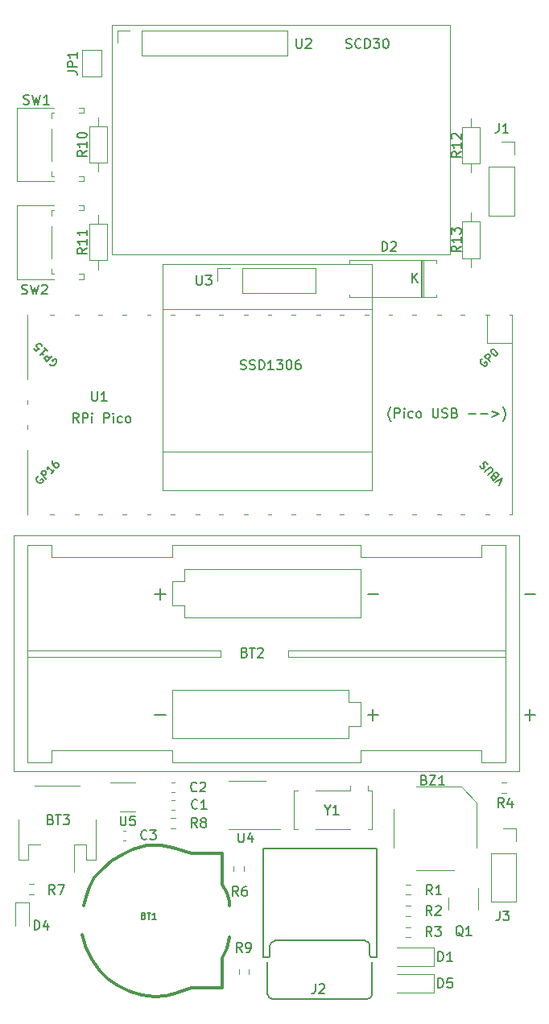
<source format=gbr>
%TF.GenerationSoftware,KiCad,Pcbnew,6.0.10-86aedd382b~118~ubuntu22.04.1*%
%TF.CreationDate,2023-01-20T17:58:32-05:00*%
%TF.ProjectId,picoco2,7069636f-636f-4322-9e6b-696361645f70,rev?*%
%TF.SameCoordinates,Original*%
%TF.FileFunction,Legend,Top*%
%TF.FilePolarity,Positive*%
%FSLAX46Y46*%
G04 Gerber Fmt 4.6, Leading zero omitted, Abs format (unit mm)*
G04 Created by KiCad (PCBNEW 6.0.10-86aedd382b~118~ubuntu22.04.1) date 2023-01-20 17:58:32*
%MOMM*%
%LPD*%
G01*
G04 APERTURE LIST*
%ADD10C,0.150000*%
%ADD11C,0.146304*%
%ADD12C,0.120000*%
%ADD13C,0.304800*%
G04 APERTURE END LIST*
D10*
X7223428Y-41854380D02*
X6890095Y-41378190D01*
X6652000Y-41854380D02*
X6652000Y-40854380D01*
X7032952Y-40854380D01*
X7128190Y-40902000D01*
X7175809Y-40949619D01*
X7223428Y-41044857D01*
X7223428Y-41187714D01*
X7175809Y-41282952D01*
X7128190Y-41330571D01*
X7032952Y-41378190D01*
X6652000Y-41378190D01*
X7652000Y-41854380D02*
X7652000Y-40854380D01*
X8032952Y-40854380D01*
X8128190Y-40902000D01*
X8175809Y-40949619D01*
X8223428Y-41044857D01*
X8223428Y-41187714D01*
X8175809Y-41282952D01*
X8128190Y-41330571D01*
X8032952Y-41378190D01*
X7652000Y-41378190D01*
X8652000Y-41854380D02*
X8652000Y-41187714D01*
X8652000Y-40854380D02*
X8604380Y-40902000D01*
X8652000Y-40949619D01*
X8699619Y-40902000D01*
X8652000Y-40854380D01*
X8652000Y-40949619D01*
X9890095Y-41854380D02*
X9890095Y-40854380D01*
X10271047Y-40854380D01*
X10366285Y-40902000D01*
X10413904Y-40949619D01*
X10461523Y-41044857D01*
X10461523Y-41187714D01*
X10413904Y-41282952D01*
X10366285Y-41330571D01*
X10271047Y-41378190D01*
X9890095Y-41378190D01*
X10890095Y-41854380D02*
X10890095Y-41187714D01*
X10890095Y-40854380D02*
X10842476Y-40902000D01*
X10890095Y-40949619D01*
X10937714Y-40902000D01*
X10890095Y-40854380D01*
X10890095Y-40949619D01*
X11794857Y-41806761D02*
X11699619Y-41854380D01*
X11509142Y-41854380D01*
X11413904Y-41806761D01*
X11366285Y-41759142D01*
X11318666Y-41663904D01*
X11318666Y-41378190D01*
X11366285Y-41282952D01*
X11413904Y-41235333D01*
X11509142Y-41187714D01*
X11699619Y-41187714D01*
X11794857Y-41235333D01*
X12366285Y-41854380D02*
X12271047Y-41806761D01*
X12223428Y-41759142D01*
X12175809Y-41663904D01*
X12175809Y-41378190D01*
X12223428Y-41282952D01*
X12271047Y-41235333D01*
X12366285Y-41187714D01*
X12509142Y-41187714D01*
X12604380Y-41235333D01*
X12652000Y-41282952D01*
X12699619Y-41378190D01*
X12699619Y-41663904D01*
X12652000Y-41759142D01*
X12604380Y-41806761D01*
X12509142Y-41854380D01*
X12366285Y-41854380D01*
X40093047Y-41727333D02*
X40045428Y-41679714D01*
X39950190Y-41536857D01*
X39902571Y-41441619D01*
X39854952Y-41298761D01*
X39807333Y-41060666D01*
X39807333Y-40870190D01*
X39854952Y-40632095D01*
X39902571Y-40489238D01*
X39950190Y-40394000D01*
X40045428Y-40251142D01*
X40093047Y-40203523D01*
X40474000Y-41346380D02*
X40474000Y-40346380D01*
X40854952Y-40346380D01*
X40950190Y-40394000D01*
X40997809Y-40441619D01*
X41045428Y-40536857D01*
X41045428Y-40679714D01*
X40997809Y-40774952D01*
X40950190Y-40822571D01*
X40854952Y-40870190D01*
X40474000Y-40870190D01*
X41474000Y-41346380D02*
X41474000Y-40679714D01*
X41474000Y-40346380D02*
X41426380Y-40394000D01*
X41474000Y-40441619D01*
X41521619Y-40394000D01*
X41474000Y-40346380D01*
X41474000Y-40441619D01*
X42378761Y-41298761D02*
X42283523Y-41346380D01*
X42093047Y-41346380D01*
X41997809Y-41298761D01*
X41950190Y-41251142D01*
X41902571Y-41155904D01*
X41902571Y-40870190D01*
X41950190Y-40774952D01*
X41997809Y-40727333D01*
X42093047Y-40679714D01*
X42283523Y-40679714D01*
X42378761Y-40727333D01*
X42950190Y-41346380D02*
X42854952Y-41298761D01*
X42807333Y-41251142D01*
X42759714Y-41155904D01*
X42759714Y-40870190D01*
X42807333Y-40774952D01*
X42854952Y-40727333D01*
X42950190Y-40679714D01*
X43093047Y-40679714D01*
X43188285Y-40727333D01*
X43235904Y-40774952D01*
X43283523Y-40870190D01*
X43283523Y-41155904D01*
X43235904Y-41251142D01*
X43188285Y-41298761D01*
X43093047Y-41346380D01*
X42950190Y-41346380D01*
X44474000Y-40346380D02*
X44474000Y-41155904D01*
X44521619Y-41251142D01*
X44569238Y-41298761D01*
X44664476Y-41346380D01*
X44854952Y-41346380D01*
X44950190Y-41298761D01*
X44997809Y-41251142D01*
X45045428Y-41155904D01*
X45045428Y-40346380D01*
X45474000Y-41298761D02*
X45616857Y-41346380D01*
X45854952Y-41346380D01*
X45950190Y-41298761D01*
X45997809Y-41251142D01*
X46045428Y-41155904D01*
X46045428Y-41060666D01*
X45997809Y-40965428D01*
X45950190Y-40917809D01*
X45854952Y-40870190D01*
X45664476Y-40822571D01*
X45569238Y-40774952D01*
X45521619Y-40727333D01*
X45474000Y-40632095D01*
X45474000Y-40536857D01*
X45521619Y-40441619D01*
X45569238Y-40394000D01*
X45664476Y-40346380D01*
X45902571Y-40346380D01*
X46045428Y-40394000D01*
X46807333Y-40822571D02*
X46950190Y-40870190D01*
X46997809Y-40917809D01*
X47045428Y-41013047D01*
X47045428Y-41155904D01*
X46997809Y-41251142D01*
X46950190Y-41298761D01*
X46854952Y-41346380D01*
X46474000Y-41346380D01*
X46474000Y-40346380D01*
X46807333Y-40346380D01*
X46902571Y-40394000D01*
X46950190Y-40441619D01*
X46997809Y-40536857D01*
X46997809Y-40632095D01*
X46950190Y-40727333D01*
X46902571Y-40774952D01*
X46807333Y-40822571D01*
X46474000Y-40822571D01*
X48235904Y-40965428D02*
X48997809Y-40965428D01*
X49474000Y-40965428D02*
X50235904Y-40965428D01*
X50712095Y-40679714D02*
X51474000Y-40965428D01*
X50712095Y-41251142D01*
X51854952Y-41727333D02*
X51902571Y-41679714D01*
X51997809Y-41536857D01*
X52045428Y-41441619D01*
X52093047Y-41298761D01*
X52140666Y-41060666D01*
X52140666Y-40870190D01*
X52093047Y-40632095D01*
X52045428Y-40489238D01*
X51997809Y-40394000D01*
X51902571Y-40251142D01*
X51854952Y-40203523D01*
X24265333Y-36218761D02*
X24408190Y-36266380D01*
X24646285Y-36266380D01*
X24741523Y-36218761D01*
X24789142Y-36171142D01*
X24836761Y-36075904D01*
X24836761Y-35980666D01*
X24789142Y-35885428D01*
X24741523Y-35837809D01*
X24646285Y-35790190D01*
X24455809Y-35742571D01*
X24360571Y-35694952D01*
X24312952Y-35647333D01*
X24265333Y-35552095D01*
X24265333Y-35456857D01*
X24312952Y-35361619D01*
X24360571Y-35314000D01*
X24455809Y-35266380D01*
X24693904Y-35266380D01*
X24836761Y-35314000D01*
X25217714Y-36218761D02*
X25360571Y-36266380D01*
X25598666Y-36266380D01*
X25693904Y-36218761D01*
X25741523Y-36171142D01*
X25789142Y-36075904D01*
X25789142Y-35980666D01*
X25741523Y-35885428D01*
X25693904Y-35837809D01*
X25598666Y-35790190D01*
X25408190Y-35742571D01*
X25312952Y-35694952D01*
X25265333Y-35647333D01*
X25217714Y-35552095D01*
X25217714Y-35456857D01*
X25265333Y-35361619D01*
X25312952Y-35314000D01*
X25408190Y-35266380D01*
X25646285Y-35266380D01*
X25789142Y-35314000D01*
X26217714Y-36266380D02*
X26217714Y-35266380D01*
X26455809Y-35266380D01*
X26598666Y-35314000D01*
X26693904Y-35409238D01*
X26741523Y-35504476D01*
X26789142Y-35694952D01*
X26789142Y-35837809D01*
X26741523Y-36028285D01*
X26693904Y-36123523D01*
X26598666Y-36218761D01*
X26455809Y-36266380D01*
X26217714Y-36266380D01*
X27741523Y-36266380D02*
X27170095Y-36266380D01*
X27455809Y-36266380D02*
X27455809Y-35266380D01*
X27360571Y-35409238D01*
X27265333Y-35504476D01*
X27170095Y-35552095D01*
X28074857Y-35266380D02*
X28693904Y-35266380D01*
X28360571Y-35647333D01*
X28503428Y-35647333D01*
X28598666Y-35694952D01*
X28646285Y-35742571D01*
X28693904Y-35837809D01*
X28693904Y-36075904D01*
X28646285Y-36171142D01*
X28598666Y-36218761D01*
X28503428Y-36266380D01*
X28217714Y-36266380D01*
X28122476Y-36218761D01*
X28074857Y-36171142D01*
X29312952Y-35266380D02*
X29408190Y-35266380D01*
X29503428Y-35314000D01*
X29551047Y-35361619D01*
X29598666Y-35456857D01*
X29646285Y-35647333D01*
X29646285Y-35885428D01*
X29598666Y-36075904D01*
X29551047Y-36171142D01*
X29503428Y-36218761D01*
X29408190Y-36266380D01*
X29312952Y-36266380D01*
X29217714Y-36218761D01*
X29170095Y-36171142D01*
X29122476Y-36075904D01*
X29074857Y-35885428D01*
X29074857Y-35647333D01*
X29122476Y-35456857D01*
X29170095Y-35361619D01*
X29217714Y-35314000D01*
X29312952Y-35266380D01*
X30503428Y-35266380D02*
X30312952Y-35266380D01*
X30217714Y-35314000D01*
X30170095Y-35361619D01*
X30074857Y-35504476D01*
X30027238Y-35694952D01*
X30027238Y-36075904D01*
X30074857Y-36171142D01*
X30122476Y-36218761D01*
X30217714Y-36266380D01*
X30408190Y-36266380D01*
X30503428Y-36218761D01*
X30551047Y-36171142D01*
X30598666Y-36075904D01*
X30598666Y-35837809D01*
X30551047Y-35742571D01*
X30503428Y-35694952D01*
X30408190Y-35647333D01*
X30217714Y-35647333D01*
X30122476Y-35694952D01*
X30074857Y-35742571D01*
X30027238Y-35837809D01*
X35353904Y-2436761D02*
X35496761Y-2484380D01*
X35734857Y-2484380D01*
X35830095Y-2436761D01*
X35877714Y-2389142D01*
X35925333Y-2293904D01*
X35925333Y-2198666D01*
X35877714Y-2103428D01*
X35830095Y-2055809D01*
X35734857Y-2008190D01*
X35544380Y-1960571D01*
X35449142Y-1912952D01*
X35401523Y-1865333D01*
X35353904Y-1770095D01*
X35353904Y-1674857D01*
X35401523Y-1579619D01*
X35449142Y-1532000D01*
X35544380Y-1484380D01*
X35782476Y-1484380D01*
X35925333Y-1532000D01*
X36925333Y-2389142D02*
X36877714Y-2436761D01*
X36734857Y-2484380D01*
X36639619Y-2484380D01*
X36496761Y-2436761D01*
X36401523Y-2341523D01*
X36353904Y-2246285D01*
X36306285Y-2055809D01*
X36306285Y-1912952D01*
X36353904Y-1722476D01*
X36401523Y-1627238D01*
X36496761Y-1532000D01*
X36639619Y-1484380D01*
X36734857Y-1484380D01*
X36877714Y-1532000D01*
X36925333Y-1579619D01*
X37353904Y-2484380D02*
X37353904Y-1484380D01*
X37592000Y-1484380D01*
X37734857Y-1532000D01*
X37830095Y-1627238D01*
X37877714Y-1722476D01*
X37925333Y-1912952D01*
X37925333Y-2055809D01*
X37877714Y-2246285D01*
X37830095Y-2341523D01*
X37734857Y-2436761D01*
X37592000Y-2484380D01*
X37353904Y-2484380D01*
X38258666Y-1484380D02*
X38877714Y-1484380D01*
X38544380Y-1865333D01*
X38687238Y-1865333D01*
X38782476Y-1912952D01*
X38830095Y-1960571D01*
X38877714Y-2055809D01*
X38877714Y-2293904D01*
X38830095Y-2389142D01*
X38782476Y-2436761D01*
X38687238Y-2484380D01*
X38401523Y-2484380D01*
X38306285Y-2436761D01*
X38258666Y-2389142D01*
X39496761Y-1484380D02*
X39592000Y-1484380D01*
X39687238Y-1532000D01*
X39734857Y-1579619D01*
X39782476Y-1674857D01*
X39830095Y-1865333D01*
X39830095Y-2103428D01*
X39782476Y-2293904D01*
X39734857Y-2389142D01*
X39687238Y-2436761D01*
X39592000Y-2484380D01*
X39496761Y-2484380D01*
X39401523Y-2436761D01*
X39353904Y-2389142D01*
X39306285Y-2293904D01*
X39258666Y-2103428D01*
X39258666Y-1865333D01*
X39306285Y-1674857D01*
X39353904Y-1579619D01*
X39401523Y-1532000D01*
X39496761Y-1484380D01*
%TO.C,J2*%
X32127866Y-100892780D02*
X32127866Y-101607066D01*
X32080247Y-101749923D01*
X31985009Y-101845161D01*
X31842152Y-101892780D01*
X31746914Y-101892780D01*
X32556438Y-100988019D02*
X32604057Y-100940400D01*
X32699295Y-100892780D01*
X32937390Y-100892780D01*
X33032628Y-100940400D01*
X33080247Y-100988019D01*
X33127866Y-101083257D01*
X33127866Y-101178495D01*
X33080247Y-101321352D01*
X32508819Y-101892780D01*
X33127866Y-101892780D01*
%TO.C,U4*%
X24028495Y-84999580D02*
X24028495Y-85809104D01*
X24076114Y-85904342D01*
X24123733Y-85951961D01*
X24218971Y-85999580D01*
X24409447Y-85999580D01*
X24504685Y-85951961D01*
X24552304Y-85904342D01*
X24599923Y-85809104D01*
X24599923Y-84999580D01*
X25504685Y-85332914D02*
X25504685Y-85999580D01*
X25266590Y-84951961D02*
X25028495Y-85666247D01*
X25647542Y-85666247D01*
%TO.C,C2*%
X19645333Y-80570342D02*
X19597714Y-80617961D01*
X19454857Y-80665580D01*
X19359619Y-80665580D01*
X19216761Y-80617961D01*
X19121523Y-80522723D01*
X19073904Y-80427485D01*
X19026285Y-80237009D01*
X19026285Y-80094152D01*
X19073904Y-79903676D01*
X19121523Y-79808438D01*
X19216761Y-79713200D01*
X19359619Y-79665580D01*
X19454857Y-79665580D01*
X19597714Y-79713200D01*
X19645333Y-79760819D01*
X20026285Y-79760819D02*
X20073904Y-79713200D01*
X20169142Y-79665580D01*
X20407238Y-79665580D01*
X20502476Y-79713200D01*
X20550095Y-79760819D01*
X20597714Y-79856057D01*
X20597714Y-79951295D01*
X20550095Y-80094152D01*
X19978666Y-80665580D01*
X20597714Y-80665580D01*
%TO.C,R13*%
X47442380Y-23289657D02*
X46966190Y-23622990D01*
X47442380Y-23861085D02*
X46442380Y-23861085D01*
X46442380Y-23480133D01*
X46490000Y-23384895D01*
X46537619Y-23337276D01*
X46632857Y-23289657D01*
X46775714Y-23289657D01*
X46870952Y-23337276D01*
X46918571Y-23384895D01*
X46966190Y-23480133D01*
X46966190Y-23861085D01*
X47442380Y-22337276D02*
X47442380Y-22908704D01*
X47442380Y-22622990D02*
X46442380Y-22622990D01*
X46585238Y-22718228D01*
X46680476Y-22813466D01*
X46728095Y-22908704D01*
X46442380Y-22003942D02*
X46442380Y-21384895D01*
X46823333Y-21718228D01*
X46823333Y-21575371D01*
X46870952Y-21480133D01*
X46918571Y-21432514D01*
X47013809Y-21384895D01*
X47251904Y-21384895D01*
X47347142Y-21432514D01*
X47394761Y-21480133D01*
X47442380Y-21575371D01*
X47442380Y-21861085D01*
X47394761Y-21956323D01*
X47347142Y-22003942D01*
%TO.C,J3*%
X51508066Y-93214180D02*
X51508066Y-93928466D01*
X51460447Y-94071323D01*
X51365209Y-94166561D01*
X51222352Y-94214180D01*
X51127114Y-94214180D01*
X51889019Y-93214180D02*
X52508066Y-93214180D01*
X52174733Y-93595133D01*
X52317590Y-93595133D01*
X52412828Y-93642752D01*
X52460447Y-93690371D01*
X52508066Y-93785609D01*
X52508066Y-94023704D01*
X52460447Y-94118942D01*
X52412828Y-94166561D01*
X52317590Y-94214180D01*
X52031876Y-94214180D01*
X51936638Y-94166561D01*
X51889019Y-94118942D01*
%TO.C,C1*%
X19746933Y-82399142D02*
X19699314Y-82446761D01*
X19556457Y-82494380D01*
X19461219Y-82494380D01*
X19318361Y-82446761D01*
X19223123Y-82351523D01*
X19175504Y-82256285D01*
X19127885Y-82065809D01*
X19127885Y-81922952D01*
X19175504Y-81732476D01*
X19223123Y-81637238D01*
X19318361Y-81542000D01*
X19461219Y-81494380D01*
X19556457Y-81494380D01*
X19699314Y-81542000D01*
X19746933Y-81589619D01*
X20699314Y-82494380D02*
X20127885Y-82494380D01*
X20413600Y-82494380D02*
X20413600Y-81494380D01*
X20318361Y-81637238D01*
X20223123Y-81732476D01*
X20127885Y-81780095D01*
%TO.C,BT2*%
X24691885Y-66019371D02*
X24834742Y-66066990D01*
X24882361Y-66114609D01*
X24929980Y-66209847D01*
X24929980Y-66352704D01*
X24882361Y-66447942D01*
X24834742Y-66495561D01*
X24739504Y-66543180D01*
X24358552Y-66543180D01*
X24358552Y-65543180D01*
X24691885Y-65543180D01*
X24787123Y-65590800D01*
X24834742Y-65638419D01*
X24882361Y-65733657D01*
X24882361Y-65828895D01*
X24834742Y-65924133D01*
X24787123Y-65971752D01*
X24691885Y-66019371D01*
X24358552Y-66019371D01*
X25215695Y-65543180D02*
X25787123Y-65543180D01*
X25501409Y-66543180D02*
X25501409Y-65543180D01*
X26072838Y-65638419D02*
X26120457Y-65590800D01*
X26215695Y-65543180D01*
X26453790Y-65543180D01*
X26549028Y-65590800D01*
X26596647Y-65638419D01*
X26644266Y-65733657D01*
X26644266Y-65828895D01*
X26596647Y-65971752D01*
X26025219Y-66543180D01*
X26644266Y-66543180D01*
X54140171Y-59898742D02*
X55283028Y-59898742D01*
X37630171Y-59898742D02*
X38773028Y-59898742D01*
X37630171Y-72598742D02*
X38773028Y-72598742D01*
X38201600Y-73170171D02*
X38201600Y-72027314D01*
X15230171Y-59898742D02*
X16373028Y-59898742D01*
X15801600Y-60470171D02*
X15801600Y-59327314D01*
X54140171Y-72598742D02*
X55283028Y-72598742D01*
X54711600Y-73170171D02*
X54711600Y-72027314D01*
X15230171Y-72598742D02*
X16373028Y-72598742D01*
%TO.C,SW2*%
X1257466Y-28293961D02*
X1400323Y-28341580D01*
X1638419Y-28341580D01*
X1733657Y-28293961D01*
X1781276Y-28246342D01*
X1828895Y-28151104D01*
X1828895Y-28055866D01*
X1781276Y-27960628D01*
X1733657Y-27913009D01*
X1638419Y-27865390D01*
X1447942Y-27817771D01*
X1352704Y-27770152D01*
X1305085Y-27722533D01*
X1257466Y-27627295D01*
X1257466Y-27532057D01*
X1305085Y-27436819D01*
X1352704Y-27389200D01*
X1447942Y-27341580D01*
X1686038Y-27341580D01*
X1828895Y-27389200D01*
X2162228Y-27341580D02*
X2400323Y-28341580D01*
X2590800Y-27627295D01*
X2781276Y-28341580D01*
X3019371Y-27341580D01*
X3352704Y-27436819D02*
X3400323Y-27389200D01*
X3495561Y-27341580D01*
X3733657Y-27341580D01*
X3828895Y-27389200D01*
X3876514Y-27436819D01*
X3924133Y-27532057D01*
X3924133Y-27627295D01*
X3876514Y-27770152D01*
X3305085Y-28341580D01*
X3924133Y-28341580D01*
%TO.C,R3*%
X44384933Y-95854780D02*
X44051600Y-95378590D01*
X43813504Y-95854780D02*
X43813504Y-94854780D01*
X44194457Y-94854780D01*
X44289695Y-94902400D01*
X44337314Y-94950019D01*
X44384933Y-95045257D01*
X44384933Y-95188114D01*
X44337314Y-95283352D01*
X44289695Y-95330971D01*
X44194457Y-95378590D01*
X43813504Y-95378590D01*
X44718266Y-94854780D02*
X45337314Y-94854780D01*
X45003980Y-95235733D01*
X45146838Y-95235733D01*
X45242076Y-95283352D01*
X45289695Y-95330971D01*
X45337314Y-95426209D01*
X45337314Y-95664304D01*
X45289695Y-95759542D01*
X45242076Y-95807161D01*
X45146838Y-95854780D01*
X44861123Y-95854780D01*
X44765885Y-95807161D01*
X44718266Y-95759542D01*
%TO.C,U3*%
X19634095Y-26376380D02*
X19634095Y-27185904D01*
X19681714Y-27281142D01*
X19729333Y-27328761D01*
X19824571Y-27376380D01*
X20015047Y-27376380D01*
X20110285Y-27328761D01*
X20157904Y-27281142D01*
X20205523Y-27185904D01*
X20205523Y-26376380D01*
X20586476Y-26376380D02*
X21205523Y-26376380D01*
X20872190Y-26757333D01*
X21015047Y-26757333D01*
X21110285Y-26804952D01*
X21157904Y-26852571D01*
X21205523Y-26947809D01*
X21205523Y-27185904D01*
X21157904Y-27281142D01*
X21110285Y-27328761D01*
X21015047Y-27376380D01*
X20729333Y-27376380D01*
X20634095Y-27328761D01*
X20586476Y-27281142D01*
%TO.C,R11*%
X8072380Y-23502857D02*
X7596190Y-23836190D01*
X8072380Y-24074285D02*
X7072380Y-24074285D01*
X7072380Y-23693333D01*
X7120000Y-23598095D01*
X7167619Y-23550476D01*
X7262857Y-23502857D01*
X7405714Y-23502857D01*
X7500952Y-23550476D01*
X7548571Y-23598095D01*
X7596190Y-23693333D01*
X7596190Y-24074285D01*
X8072380Y-22550476D02*
X8072380Y-23121904D01*
X8072380Y-22836190D02*
X7072380Y-22836190D01*
X7215238Y-22931428D01*
X7310476Y-23026666D01*
X7358095Y-23121904D01*
X8072380Y-21598095D02*
X8072380Y-22169523D01*
X8072380Y-21883809D02*
X7072380Y-21883809D01*
X7215238Y-21979047D01*
X7310476Y-22074285D01*
X7358095Y-22169523D01*
%TO.C,R8*%
X19696133Y-84424780D02*
X19362800Y-83948590D01*
X19124704Y-84424780D02*
X19124704Y-83424780D01*
X19505657Y-83424780D01*
X19600895Y-83472400D01*
X19648514Y-83520019D01*
X19696133Y-83615257D01*
X19696133Y-83758114D01*
X19648514Y-83853352D01*
X19600895Y-83900971D01*
X19505657Y-83948590D01*
X19124704Y-83948590D01*
X20267561Y-83853352D02*
X20172323Y-83805733D01*
X20124704Y-83758114D01*
X20077085Y-83662876D01*
X20077085Y-83615257D01*
X20124704Y-83520019D01*
X20172323Y-83472400D01*
X20267561Y-83424780D01*
X20458038Y-83424780D01*
X20553276Y-83472400D01*
X20600895Y-83520019D01*
X20648514Y-83615257D01*
X20648514Y-83662876D01*
X20600895Y-83758114D01*
X20553276Y-83805733D01*
X20458038Y-83853352D01*
X20267561Y-83853352D01*
X20172323Y-83900971D01*
X20124704Y-83948590D01*
X20077085Y-84043828D01*
X20077085Y-84234304D01*
X20124704Y-84329542D01*
X20172323Y-84377161D01*
X20267561Y-84424780D01*
X20458038Y-84424780D01*
X20553276Y-84377161D01*
X20600895Y-84329542D01*
X20648514Y-84234304D01*
X20648514Y-84043828D01*
X20600895Y-83948590D01*
X20553276Y-83900971D01*
X20458038Y-83853352D01*
%TO.C,Q1*%
X47656761Y-95899219D02*
X47561523Y-95851600D01*
X47466285Y-95756361D01*
X47323428Y-95613504D01*
X47228190Y-95565885D01*
X47132952Y-95565885D01*
X47180571Y-95803980D02*
X47085333Y-95756361D01*
X46990095Y-95661123D01*
X46942476Y-95470647D01*
X46942476Y-95137314D01*
X46990095Y-94946838D01*
X47085333Y-94851600D01*
X47180571Y-94803980D01*
X47371047Y-94803980D01*
X47466285Y-94851600D01*
X47561523Y-94946838D01*
X47609142Y-95137314D01*
X47609142Y-95470647D01*
X47561523Y-95661123D01*
X47466285Y-95756361D01*
X47371047Y-95803980D01*
X47180571Y-95803980D01*
X48561523Y-95803980D02*
X47990095Y-95803980D01*
X48275809Y-95803980D02*
X48275809Y-94803980D01*
X48180571Y-94946838D01*
X48085333Y-95042076D01*
X47990095Y-95089695D01*
%TO.C,R9*%
X24420533Y-97531180D02*
X24087200Y-97054990D01*
X23849104Y-97531180D02*
X23849104Y-96531180D01*
X24230057Y-96531180D01*
X24325295Y-96578800D01*
X24372914Y-96626419D01*
X24420533Y-96721657D01*
X24420533Y-96864514D01*
X24372914Y-96959752D01*
X24325295Y-97007371D01*
X24230057Y-97054990D01*
X23849104Y-97054990D01*
X24896723Y-97531180D02*
X25087200Y-97531180D01*
X25182438Y-97483561D01*
X25230057Y-97435942D01*
X25325295Y-97293085D01*
X25372914Y-97102609D01*
X25372914Y-96721657D01*
X25325295Y-96626419D01*
X25277676Y-96578800D01*
X25182438Y-96531180D01*
X24991961Y-96531180D01*
X24896723Y-96578800D01*
X24849104Y-96626419D01*
X24801485Y-96721657D01*
X24801485Y-96959752D01*
X24849104Y-97054990D01*
X24896723Y-97102609D01*
X24991961Y-97150228D01*
X25182438Y-97150228D01*
X25277676Y-97102609D01*
X25325295Y-97054990D01*
X25372914Y-96959752D01*
%TO.C,R6*%
X24014133Y-91638380D02*
X23680800Y-91162190D01*
X23442704Y-91638380D02*
X23442704Y-90638380D01*
X23823657Y-90638380D01*
X23918895Y-90686000D01*
X23966514Y-90733619D01*
X24014133Y-90828857D01*
X24014133Y-90971714D01*
X23966514Y-91066952D01*
X23918895Y-91114571D01*
X23823657Y-91162190D01*
X23442704Y-91162190D01*
X24871276Y-90638380D02*
X24680800Y-90638380D01*
X24585561Y-90686000D01*
X24537942Y-90733619D01*
X24442704Y-90876476D01*
X24395085Y-91066952D01*
X24395085Y-91447904D01*
X24442704Y-91543142D01*
X24490323Y-91590761D01*
X24585561Y-91638380D01*
X24776038Y-91638380D01*
X24871276Y-91590761D01*
X24918895Y-91543142D01*
X24966514Y-91447904D01*
X24966514Y-91209809D01*
X24918895Y-91114571D01*
X24871276Y-91066952D01*
X24776038Y-91019333D01*
X24585561Y-91019333D01*
X24490323Y-91066952D01*
X24442704Y-91114571D01*
X24395085Y-91209809D01*
%TO.C,U5*%
X11633295Y-83221580D02*
X11633295Y-84031104D01*
X11680914Y-84126342D01*
X11728533Y-84173961D01*
X11823771Y-84221580D01*
X12014247Y-84221580D01*
X12109485Y-84173961D01*
X12157104Y-84126342D01*
X12204723Y-84031104D01*
X12204723Y-83221580D01*
X13157104Y-83221580D02*
X12680914Y-83221580D01*
X12633295Y-83697771D01*
X12680914Y-83650152D01*
X12776152Y-83602533D01*
X13014247Y-83602533D01*
X13109485Y-83650152D01*
X13157104Y-83697771D01*
X13204723Y-83793009D01*
X13204723Y-84031104D01*
X13157104Y-84126342D01*
X13109485Y-84173961D01*
X13014247Y-84221580D01*
X12776152Y-84221580D01*
X12680914Y-84173961D01*
X12633295Y-84126342D01*
%TO.C,D1*%
X45032704Y-98496380D02*
X45032704Y-97496380D01*
X45270800Y-97496380D01*
X45413657Y-97544000D01*
X45508895Y-97639238D01*
X45556514Y-97734476D01*
X45604133Y-97924952D01*
X45604133Y-98067809D01*
X45556514Y-98258285D01*
X45508895Y-98353523D01*
X45413657Y-98448761D01*
X45270800Y-98496380D01*
X45032704Y-98496380D01*
X46556514Y-98496380D02*
X45985085Y-98496380D01*
X46270800Y-98496380D02*
X46270800Y-97496380D01*
X46175561Y-97639238D01*
X46080323Y-97734476D01*
X45985085Y-97782095D01*
%TO.C,R7*%
X4710133Y-91435180D02*
X4376800Y-90958990D01*
X4138704Y-91435180D02*
X4138704Y-90435180D01*
X4519657Y-90435180D01*
X4614895Y-90482800D01*
X4662514Y-90530419D01*
X4710133Y-90625657D01*
X4710133Y-90768514D01*
X4662514Y-90863752D01*
X4614895Y-90911371D01*
X4519657Y-90958990D01*
X4138704Y-90958990D01*
X5043466Y-90435180D02*
X5710133Y-90435180D01*
X5281561Y-91435180D01*
%TO.C,R10*%
X8072380Y-13241257D02*
X7596190Y-13574590D01*
X8072380Y-13812685D02*
X7072380Y-13812685D01*
X7072380Y-13431733D01*
X7120000Y-13336495D01*
X7167619Y-13288876D01*
X7262857Y-13241257D01*
X7405714Y-13241257D01*
X7500952Y-13288876D01*
X7548571Y-13336495D01*
X7596190Y-13431733D01*
X7596190Y-13812685D01*
X8072380Y-12288876D02*
X8072380Y-12860304D01*
X8072380Y-12574590D02*
X7072380Y-12574590D01*
X7215238Y-12669828D01*
X7310476Y-12765066D01*
X7358095Y-12860304D01*
X7072380Y-11669828D02*
X7072380Y-11574590D01*
X7120000Y-11479352D01*
X7167619Y-11431733D01*
X7262857Y-11384114D01*
X7453333Y-11336495D01*
X7691428Y-11336495D01*
X7881904Y-11384114D01*
X7977142Y-11431733D01*
X8024761Y-11479352D01*
X8072380Y-11574590D01*
X8072380Y-11669828D01*
X8024761Y-11765066D01*
X7977142Y-11812685D01*
X7881904Y-11860304D01*
X7691428Y-11907923D01*
X7453333Y-11907923D01*
X7262857Y-11860304D01*
X7167619Y-11812685D01*
X7120000Y-11765066D01*
X7072380Y-11669828D01*
%TO.C,BT3*%
X4294285Y-83596171D02*
X4437142Y-83643790D01*
X4484761Y-83691409D01*
X4532380Y-83786647D01*
X4532380Y-83929504D01*
X4484761Y-84024742D01*
X4437142Y-84072361D01*
X4341904Y-84119980D01*
X3960952Y-84119980D01*
X3960952Y-83119980D01*
X4294285Y-83119980D01*
X4389523Y-83167600D01*
X4437142Y-83215219D01*
X4484761Y-83310457D01*
X4484761Y-83405695D01*
X4437142Y-83500933D01*
X4389523Y-83548552D01*
X4294285Y-83596171D01*
X3960952Y-83596171D01*
X4818095Y-83119980D02*
X5389523Y-83119980D01*
X5103809Y-84119980D02*
X5103809Y-83119980D01*
X5627619Y-83119980D02*
X6246666Y-83119980D01*
X5913333Y-83500933D01*
X6056190Y-83500933D01*
X6151428Y-83548552D01*
X6199047Y-83596171D01*
X6246666Y-83691409D01*
X6246666Y-83929504D01*
X6199047Y-84024742D01*
X6151428Y-84072361D01*
X6056190Y-84119980D01*
X5770476Y-84119980D01*
X5675238Y-84072361D01*
X5627619Y-84024742D01*
D11*
%TO.C,BT1*%
X14073752Y-93713945D02*
X14168966Y-93745683D01*
X14200704Y-93777420D01*
X14232441Y-93840896D01*
X14232441Y-93936110D01*
X14200704Y-93999586D01*
X14168966Y-94031324D01*
X14105490Y-94063062D01*
X13851587Y-94063062D01*
X13851587Y-93396566D01*
X14073752Y-93396566D01*
X14137228Y-93428304D01*
X14168966Y-93460041D01*
X14200704Y-93523517D01*
X14200704Y-93586993D01*
X14168966Y-93650469D01*
X14137228Y-93682207D01*
X14073752Y-93713945D01*
X13851587Y-93713945D01*
X14422869Y-93396566D02*
X14803724Y-93396566D01*
X14613296Y-94063062D02*
X14613296Y-93396566D01*
X15375006Y-94063062D02*
X14994151Y-94063062D01*
X15184579Y-94063062D02*
X15184579Y-93396566D01*
X15121103Y-93491779D01*
X15057627Y-93555255D01*
X14994151Y-93586993D01*
D10*
%TO.C,U1*%
X8636095Y-38568380D02*
X8636095Y-39377904D01*
X8683714Y-39473142D01*
X8731333Y-39520761D01*
X8826571Y-39568380D01*
X9017047Y-39568380D01*
X9112285Y-39520761D01*
X9159904Y-39473142D01*
X9207523Y-39377904D01*
X9207523Y-38568380D01*
X10207523Y-39568380D02*
X9636095Y-39568380D01*
X9921809Y-39568380D02*
X9921809Y-38568380D01*
X9826571Y-38711238D01*
X9731333Y-38806476D01*
X9636095Y-38854095D01*
X49706696Y-35173218D02*
X49625884Y-35200155D01*
X49545071Y-35280967D01*
X49491197Y-35388717D01*
X49491197Y-35496467D01*
X49518134Y-35577279D01*
X49598946Y-35711966D01*
X49679758Y-35792778D01*
X49814445Y-35873590D01*
X49895258Y-35900528D01*
X50003007Y-35900528D01*
X50110757Y-35846653D01*
X50164632Y-35792778D01*
X50218506Y-35685028D01*
X50218506Y-35631154D01*
X50029945Y-35442592D01*
X49922195Y-35550341D01*
X50514818Y-35442592D02*
X49949132Y-34876906D01*
X50164632Y-34661407D01*
X50245444Y-34634470D01*
X50299319Y-34634470D01*
X50380131Y-34661407D01*
X50460943Y-34742219D01*
X50487880Y-34823032D01*
X50487880Y-34876906D01*
X50460943Y-34957719D01*
X50245444Y-35173218D01*
X50622567Y-34203471D02*
X50676442Y-34149597D01*
X50757254Y-34122659D01*
X50811129Y-34122659D01*
X50891941Y-34149597D01*
X51026628Y-34230409D01*
X51161315Y-34365096D01*
X51242128Y-34499783D01*
X51269065Y-34580595D01*
X51269065Y-34634470D01*
X51242128Y-34715282D01*
X51188253Y-34769157D01*
X51107441Y-34796094D01*
X51053566Y-34796094D01*
X50972754Y-34769157D01*
X50838067Y-34688345D01*
X50703380Y-34553658D01*
X50622567Y-34418971D01*
X50595630Y-34338158D01*
X50595630Y-34284284D01*
X50622567Y-34203471D01*
X4200592Y-35652677D02*
X4227529Y-35733489D01*
X4308341Y-35814302D01*
X4416091Y-35868176D01*
X4523841Y-35868176D01*
X4604653Y-35841239D01*
X4739340Y-35760427D01*
X4820152Y-35679615D01*
X4900964Y-35544928D01*
X4927902Y-35464115D01*
X4927902Y-35356366D01*
X4874027Y-35248616D01*
X4820152Y-35194741D01*
X4712402Y-35140867D01*
X4658528Y-35140867D01*
X4469966Y-35329428D01*
X4577715Y-35437178D01*
X4469966Y-34844555D02*
X3904280Y-35410241D01*
X3688781Y-35194741D01*
X3661844Y-35113929D01*
X3661844Y-35060054D01*
X3688781Y-34979242D01*
X3769593Y-34898430D01*
X3850406Y-34871493D01*
X3904280Y-34871493D01*
X3985093Y-34898430D01*
X4200592Y-35113929D01*
X3607969Y-33982558D02*
X3931218Y-34305807D01*
X3769593Y-34144183D02*
X3203908Y-34709868D01*
X3338595Y-34682931D01*
X3446345Y-34682931D01*
X3527157Y-34709868D01*
X2530473Y-34036433D02*
X2799847Y-34305807D01*
X3096158Y-34063371D01*
X3042284Y-34063371D01*
X2961471Y-34036433D01*
X2826784Y-33901746D01*
X2799847Y-33820934D01*
X2799847Y-33767059D01*
X2826784Y-33686247D01*
X2961471Y-33551560D01*
X3042284Y-33524623D01*
X3096158Y-33524623D01*
X3176971Y-33551560D01*
X3311658Y-33686247D01*
X3338595Y-33767059D01*
X3338595Y-33820934D01*
X51425709Y-48489270D02*
X51802833Y-47735022D01*
X51048586Y-48112146D01*
X50940836Y-47465648D02*
X50886961Y-47357899D01*
X50886961Y-47304024D01*
X50913899Y-47223212D01*
X50994711Y-47142400D01*
X51075523Y-47115462D01*
X51129398Y-47115462D01*
X51210210Y-47142400D01*
X51425709Y-47357899D01*
X50860024Y-47923584D01*
X50671462Y-47735022D01*
X50644525Y-47654210D01*
X50644525Y-47600335D01*
X50671462Y-47519523D01*
X50725337Y-47465648D01*
X50806149Y-47438711D01*
X50860024Y-47438711D01*
X50940836Y-47465648D01*
X51129398Y-47654210D01*
X50294338Y-47357899D02*
X50752274Y-46899963D01*
X50779212Y-46819151D01*
X50779212Y-46765276D01*
X50752274Y-46684464D01*
X50644525Y-46576714D01*
X50563712Y-46549777D01*
X50509838Y-46549777D01*
X50429025Y-46576714D01*
X49971090Y-47034650D01*
X50267401Y-46253465D02*
X50213526Y-46145716D01*
X50078839Y-46011029D01*
X49998027Y-45984091D01*
X49944152Y-45984091D01*
X49863340Y-46011029D01*
X49809465Y-46064903D01*
X49782528Y-46145716D01*
X49782528Y-46199590D01*
X49809465Y-46280403D01*
X49890277Y-46415090D01*
X49917215Y-46495902D01*
X49917215Y-46549777D01*
X49890277Y-46630589D01*
X49836403Y-46684464D01*
X49755590Y-46711401D01*
X49701716Y-46711401D01*
X49620903Y-46684464D01*
X49486216Y-46549777D01*
X49432342Y-46442027D01*
X3006122Y-47482192D02*
X2925310Y-47509129D01*
X2844497Y-47589941D01*
X2790623Y-47697691D01*
X2790623Y-47805441D01*
X2817560Y-47886253D01*
X2898372Y-48020940D01*
X2979184Y-48101752D01*
X3113871Y-48182564D01*
X3194684Y-48209502D01*
X3302433Y-48209502D01*
X3410183Y-48155627D01*
X3464058Y-48101752D01*
X3517932Y-47994002D01*
X3517932Y-47940128D01*
X3329371Y-47751566D01*
X3221621Y-47859315D01*
X3814244Y-47751566D02*
X3248558Y-47185880D01*
X3464058Y-46970381D01*
X3544870Y-46943444D01*
X3598745Y-46943444D01*
X3679557Y-46970381D01*
X3760369Y-47051193D01*
X3787306Y-47132006D01*
X3787306Y-47185880D01*
X3760369Y-47266693D01*
X3544870Y-47482192D01*
X4676241Y-46889569D02*
X4352992Y-47212818D01*
X4514616Y-47051193D02*
X3948931Y-46485508D01*
X3975868Y-46620195D01*
X3975868Y-46727945D01*
X3948931Y-46808757D01*
X4595428Y-45839010D02*
X4487679Y-45946760D01*
X4460741Y-46027572D01*
X4460741Y-46081447D01*
X4487679Y-46216134D01*
X4568491Y-46350821D01*
X4783990Y-46566320D01*
X4864802Y-46593258D01*
X4918677Y-46593258D01*
X4999489Y-46566320D01*
X5107239Y-46458571D01*
X5134176Y-46377758D01*
X5134176Y-46323884D01*
X5107239Y-46243071D01*
X4972552Y-46108384D01*
X4891740Y-46081447D01*
X4837865Y-46081447D01*
X4757053Y-46108384D01*
X4649303Y-46216134D01*
X4622366Y-46296946D01*
X4622366Y-46350821D01*
X4649303Y-46431633D01*
%TO.C,R4*%
X51964233Y-82328280D02*
X51630900Y-81852090D01*
X51392804Y-82328280D02*
X51392804Y-81328280D01*
X51773757Y-81328280D01*
X51868995Y-81375900D01*
X51916614Y-81423519D01*
X51964233Y-81518757D01*
X51964233Y-81661614D01*
X51916614Y-81756852D01*
X51868995Y-81804471D01*
X51773757Y-81852090D01*
X51392804Y-81852090D01*
X52821376Y-81661614D02*
X52821376Y-82328280D01*
X52583280Y-81280661D02*
X52345185Y-81994947D01*
X52964233Y-81994947D01*
%TO.C,J1*%
X51416666Y-10374380D02*
X51416666Y-11088666D01*
X51369047Y-11231523D01*
X51273809Y-11326761D01*
X51130952Y-11374380D01*
X51035714Y-11374380D01*
X52416666Y-11374380D02*
X51845238Y-11374380D01*
X52130952Y-11374380D02*
X52130952Y-10374380D01*
X52035714Y-10517238D01*
X51940476Y-10612476D01*
X51845238Y-10660095D01*
%TO.C,R1*%
X44435733Y-91485980D02*
X44102400Y-91009790D01*
X43864304Y-91485980D02*
X43864304Y-90485980D01*
X44245257Y-90485980D01*
X44340495Y-90533600D01*
X44388114Y-90581219D01*
X44435733Y-90676457D01*
X44435733Y-90819314D01*
X44388114Y-90914552D01*
X44340495Y-90962171D01*
X44245257Y-91009790D01*
X43864304Y-91009790D01*
X45388114Y-91485980D02*
X44816685Y-91485980D01*
X45102400Y-91485980D02*
X45102400Y-90485980D01*
X45007161Y-90628838D01*
X44911923Y-90724076D01*
X44816685Y-90771695D01*
%TO.C,C3*%
X14412933Y-85599542D02*
X14365314Y-85647161D01*
X14222457Y-85694780D01*
X14127219Y-85694780D01*
X13984361Y-85647161D01*
X13889123Y-85551923D01*
X13841504Y-85456685D01*
X13793885Y-85266209D01*
X13793885Y-85123352D01*
X13841504Y-84932876D01*
X13889123Y-84837638D01*
X13984361Y-84742400D01*
X14127219Y-84694780D01*
X14222457Y-84694780D01*
X14365314Y-84742400D01*
X14412933Y-84790019D01*
X14746266Y-84694780D02*
X15365314Y-84694780D01*
X15031980Y-85075733D01*
X15174838Y-85075733D01*
X15270076Y-85123352D01*
X15317695Y-85170971D01*
X15365314Y-85266209D01*
X15365314Y-85504304D01*
X15317695Y-85599542D01*
X15270076Y-85647161D01*
X15174838Y-85694780D01*
X14889123Y-85694780D01*
X14793885Y-85647161D01*
X14746266Y-85599542D01*
%TO.C,JP1*%
X6052380Y-4897333D02*
X6766666Y-4897333D01*
X6909523Y-4944952D01*
X7004761Y-5040190D01*
X7052380Y-5183047D01*
X7052380Y-5278285D01*
X7052380Y-4421142D02*
X6052380Y-4421142D01*
X6052380Y-4040190D01*
X6100000Y-3944952D01*
X6147619Y-3897333D01*
X6242857Y-3849714D01*
X6385714Y-3849714D01*
X6480952Y-3897333D01*
X6528571Y-3944952D01*
X6576190Y-4040190D01*
X6576190Y-4421142D01*
X7052380Y-2897333D02*
X7052380Y-3468761D01*
X7052380Y-3183047D02*
X6052380Y-3183047D01*
X6195238Y-3278285D01*
X6290476Y-3373523D01*
X6338095Y-3468761D01*
%TO.C,R2*%
X44384933Y-93670380D02*
X44051600Y-93194190D01*
X43813504Y-93670380D02*
X43813504Y-92670380D01*
X44194457Y-92670380D01*
X44289695Y-92718000D01*
X44337314Y-92765619D01*
X44384933Y-92860857D01*
X44384933Y-93003714D01*
X44337314Y-93098952D01*
X44289695Y-93146571D01*
X44194457Y-93194190D01*
X43813504Y-93194190D01*
X44765885Y-92765619D02*
X44813504Y-92718000D01*
X44908742Y-92670380D01*
X45146838Y-92670380D01*
X45242076Y-92718000D01*
X45289695Y-92765619D01*
X45337314Y-92860857D01*
X45337314Y-92956095D01*
X45289695Y-93098952D01*
X44718266Y-93670380D01*
X45337314Y-93670380D01*
%TO.C,D4*%
X2563904Y-95194380D02*
X2563904Y-94194380D01*
X2802000Y-94194380D01*
X2944857Y-94242000D01*
X3040095Y-94337238D01*
X3087714Y-94432476D01*
X3135333Y-94622952D01*
X3135333Y-94765809D01*
X3087714Y-94956285D01*
X3040095Y-95051523D01*
X2944857Y-95146761D01*
X2802000Y-95194380D01*
X2563904Y-95194380D01*
X3992476Y-94527714D02*
X3992476Y-95194380D01*
X3754380Y-94146761D02*
X3516285Y-94861047D01*
X4135333Y-94861047D01*
%TO.C,BZ1*%
X43569047Y-79430571D02*
X43711904Y-79478190D01*
X43759523Y-79525809D01*
X43807142Y-79621047D01*
X43807142Y-79763904D01*
X43759523Y-79859142D01*
X43711904Y-79906761D01*
X43616666Y-79954380D01*
X43235714Y-79954380D01*
X43235714Y-78954380D01*
X43569047Y-78954380D01*
X43664285Y-79002000D01*
X43711904Y-79049619D01*
X43759523Y-79144857D01*
X43759523Y-79240095D01*
X43711904Y-79335333D01*
X43664285Y-79382952D01*
X43569047Y-79430571D01*
X43235714Y-79430571D01*
X44140476Y-78954380D02*
X44807142Y-78954380D01*
X44140476Y-79954380D01*
X44807142Y-79954380D01*
X45711904Y-79954380D02*
X45140476Y-79954380D01*
X45426190Y-79954380D02*
X45426190Y-78954380D01*
X45330952Y-79097238D01*
X45235714Y-79192476D01*
X45140476Y-79240095D01*
%TO.C,Y1*%
X33407409Y-82576990D02*
X33407409Y-83053180D01*
X33074076Y-82053180D02*
X33407409Y-82576990D01*
X33740742Y-82053180D01*
X34597885Y-83053180D02*
X34026457Y-83053180D01*
X34312171Y-83053180D02*
X34312171Y-82053180D01*
X34216933Y-82196038D01*
X34121695Y-82291276D01*
X34026457Y-82338895D01*
%TO.C,SW1*%
X1460666Y-8329561D02*
X1603523Y-8377180D01*
X1841619Y-8377180D01*
X1936857Y-8329561D01*
X1984476Y-8281942D01*
X2032095Y-8186704D01*
X2032095Y-8091466D01*
X1984476Y-7996228D01*
X1936857Y-7948609D01*
X1841619Y-7900990D01*
X1651142Y-7853371D01*
X1555904Y-7805752D01*
X1508285Y-7758133D01*
X1460666Y-7662895D01*
X1460666Y-7567657D01*
X1508285Y-7472419D01*
X1555904Y-7424800D01*
X1651142Y-7377180D01*
X1889238Y-7377180D01*
X2032095Y-7424800D01*
X2365428Y-7377180D02*
X2603523Y-8377180D01*
X2794000Y-7662895D01*
X2984476Y-8377180D01*
X3222571Y-7377180D01*
X4127333Y-8377180D02*
X3555904Y-8377180D01*
X3841619Y-8377180D02*
X3841619Y-7377180D01*
X3746380Y-7520038D01*
X3651142Y-7615276D01*
X3555904Y-7662895D01*
%TO.C,R12*%
X47442380Y-13332857D02*
X46966190Y-13666190D01*
X47442380Y-13904285D02*
X46442380Y-13904285D01*
X46442380Y-13523333D01*
X46490000Y-13428095D01*
X46537619Y-13380476D01*
X46632857Y-13332857D01*
X46775714Y-13332857D01*
X46870952Y-13380476D01*
X46918571Y-13428095D01*
X46966190Y-13523333D01*
X46966190Y-13904285D01*
X47442380Y-12380476D02*
X47442380Y-12951904D01*
X47442380Y-12666190D02*
X46442380Y-12666190D01*
X46585238Y-12761428D01*
X46680476Y-12856666D01*
X46728095Y-12951904D01*
X46537619Y-11999523D02*
X46490000Y-11951904D01*
X46442380Y-11856666D01*
X46442380Y-11618571D01*
X46490000Y-11523333D01*
X46537619Y-11475714D01*
X46632857Y-11428095D01*
X46728095Y-11428095D01*
X46870952Y-11475714D01*
X47442380Y-12047142D01*
X47442380Y-11428095D01*
%TO.C,U2*%
X30124495Y-1458980D02*
X30124495Y-2268504D01*
X30172114Y-2363742D01*
X30219733Y-2411361D01*
X30314971Y-2458980D01*
X30505447Y-2458980D01*
X30600685Y-2411361D01*
X30648304Y-2363742D01*
X30695923Y-2268504D01*
X30695923Y-1458980D01*
X31124495Y-1554219D02*
X31172114Y-1506600D01*
X31267352Y-1458980D01*
X31505447Y-1458980D01*
X31600685Y-1506600D01*
X31648304Y-1554219D01*
X31695923Y-1649457D01*
X31695923Y-1744695D01*
X31648304Y-1887552D01*
X31076876Y-2458980D01*
X31695923Y-2458980D01*
%TO.C,D5*%
X45032704Y-101290380D02*
X45032704Y-100290380D01*
X45270800Y-100290380D01*
X45413657Y-100338000D01*
X45508895Y-100433238D01*
X45556514Y-100528476D01*
X45604133Y-100718952D01*
X45604133Y-100861809D01*
X45556514Y-101052285D01*
X45508895Y-101147523D01*
X45413657Y-101242761D01*
X45270800Y-101290380D01*
X45032704Y-101290380D01*
X46508895Y-100290380D02*
X46032704Y-100290380D01*
X45985085Y-100766571D01*
X46032704Y-100718952D01*
X46127942Y-100671333D01*
X46366038Y-100671333D01*
X46461276Y-100718952D01*
X46508895Y-100766571D01*
X46556514Y-100861809D01*
X46556514Y-101099904D01*
X46508895Y-101195142D01*
X46461276Y-101242761D01*
X46366038Y-101290380D01*
X46127942Y-101290380D01*
X46032704Y-101242761D01*
X45985085Y-101195142D01*
%TO.C,D2*%
X39139904Y-23820380D02*
X39139904Y-22820380D01*
X39378000Y-22820380D01*
X39520857Y-22868000D01*
X39616095Y-22963238D01*
X39663714Y-23058476D01*
X39711333Y-23248952D01*
X39711333Y-23391809D01*
X39663714Y-23582285D01*
X39616095Y-23677523D01*
X39520857Y-23772761D01*
X39378000Y-23820380D01*
X39139904Y-23820380D01*
X40092285Y-22915619D02*
X40139904Y-22868000D01*
X40235142Y-22820380D01*
X40473238Y-22820380D01*
X40568476Y-22868000D01*
X40616095Y-22915619D01*
X40663714Y-23010857D01*
X40663714Y-23106095D01*
X40616095Y-23248952D01*
X40044666Y-23820380D01*
X40663714Y-23820380D01*
X42324895Y-27122380D02*
X42324895Y-26122380D01*
X42896323Y-27122380D02*
X42467752Y-26550952D01*
X42896323Y-26122380D02*
X42324895Y-26693809D01*
%TO.C,J2*%
X27113600Y-98613000D02*
X27113600Y-101963000D01*
X27363600Y-97863000D02*
X27363600Y-96863000D01*
X38113600Y-98113000D02*
X38613600Y-98113000D01*
X27863600Y-96313000D02*
X37363600Y-96313000D01*
X38113600Y-101963000D02*
X38113600Y-98613000D01*
X26663600Y-98113000D02*
X27113600Y-98113000D01*
X26663600Y-98113000D02*
X26663600Y-86663000D01*
X37863600Y-97863000D02*
X37863600Y-96863000D01*
X26663600Y-86663000D02*
X38613600Y-86663000D01*
X38613600Y-98113000D02*
X38613600Y-86663000D01*
X27613600Y-102463000D02*
X37613600Y-102463000D01*
X37863600Y-96863000D02*
G75*
G03*
X37363600Y-96363000I-500000J0D01*
G01*
X27113600Y-101963000D02*
G75*
G03*
X27613600Y-102463000I500001J1D01*
G01*
X37613600Y-102463000D02*
G75*
G03*
X38113600Y-101963000I0J500000D01*
G01*
X27863600Y-96363000D02*
G75*
G03*
X27363600Y-96863000I1J-500001D01*
G01*
X37863600Y-97863000D02*
G75*
G03*
X38113600Y-98113000I250000J0D01*
G01*
X27113600Y-98113000D02*
G75*
G03*
X27363600Y-97863000I1J249999D01*
G01*
D12*
%TO.C,U4*%
X24993600Y-79532800D02*
X23043600Y-79532800D01*
X24993600Y-84652800D02*
X28443600Y-84652800D01*
X24993600Y-79532800D02*
X26943600Y-79532800D01*
X24993600Y-84652800D02*
X23043600Y-84652800D01*
%TO.C,C2*%
X17316667Y-79703200D02*
X17024133Y-79703200D01*
X17316667Y-80723200D02*
X17024133Y-80723200D01*
%TO.C,R13*%
X49420000Y-24566800D02*
X49420000Y-20726800D01*
X48500000Y-25516800D02*
X48500000Y-24566800D01*
X47580000Y-24566800D02*
X49420000Y-24566800D01*
X49420000Y-20726800D02*
X47580000Y-20726800D01*
X47580000Y-20726800D02*
X47580000Y-24566800D01*
X48500000Y-19776800D02*
X48500000Y-20726800D01*
%TO.C,J3*%
X51917200Y-84522000D02*
X53247200Y-84522000D01*
X50587200Y-92262000D02*
X53247200Y-92262000D01*
X50587200Y-87122000D02*
X53247200Y-87122000D01*
X50587200Y-87122000D02*
X50587200Y-92262000D01*
X53247200Y-84522000D02*
X53247200Y-85852000D01*
X53247200Y-87122000D02*
X53247200Y-92262000D01*
%TO.C,C1*%
X17316667Y-82602800D02*
X17024133Y-82602800D01*
X17316667Y-81582800D02*
X17024133Y-81582800D01*
%TO.C,BT2*%
X36931600Y-77571600D02*
X36931600Y-76301600D01*
X18341600Y-61061600D02*
X17071600Y-61061600D01*
X35661600Y-71221600D02*
X36931600Y-71221600D01*
X4371600Y-76301600D02*
X17071600Y-76301600D01*
X1831600Y-66491600D02*
X22151600Y-66491600D01*
X4371600Y-77571600D02*
X4371600Y-76301600D01*
X1831600Y-77571600D02*
X4371600Y-77571600D01*
X17071600Y-58521600D02*
X18341600Y-58521600D01*
X36931600Y-73761600D02*
X35661600Y-73761600D01*
X401600Y-78546600D02*
X53601600Y-78546600D01*
X17071600Y-77571600D02*
X36931600Y-77571600D01*
X22151600Y-65791600D02*
X1831600Y-65791600D01*
X53601600Y-53736600D02*
X401600Y-53736600D01*
X29311600Y-66491600D02*
X29311600Y-65791600D01*
X52171600Y-66491600D02*
X29311600Y-66491600D01*
X36931600Y-71221600D02*
X36931600Y-73761600D01*
X52171600Y-77571600D02*
X52171600Y-54711600D01*
X53601600Y-78541600D02*
X53601600Y-53741600D01*
X17071600Y-76301600D02*
X17071600Y-77571600D01*
X36931600Y-54711600D02*
X17071600Y-54711600D01*
X17071600Y-61061600D02*
X17071600Y-58521600D01*
X17071600Y-75031600D02*
X17071600Y-69951600D01*
X36931600Y-57251600D02*
X36931600Y-62331600D01*
X4371600Y-54711600D02*
X4371600Y-55981600D01*
X29311600Y-65791600D02*
X52171600Y-65791600D01*
X35661600Y-73761600D02*
X35661600Y-75031600D01*
X49631600Y-77571600D02*
X52171600Y-77571600D01*
X18341600Y-62331600D02*
X18341600Y-61061600D01*
X17071600Y-69951600D02*
X35661600Y-69951600D01*
X52171600Y-54711600D02*
X49631600Y-54711600D01*
X22151600Y-66491600D02*
X22151600Y-65791600D01*
X17071600Y-54711600D02*
X17071600Y-55981600D01*
X1831600Y-54711600D02*
X4371600Y-54711600D01*
X49631600Y-76301600D02*
X49631600Y-77571600D01*
X1831600Y-77571600D02*
X1831600Y-54711600D01*
X49631600Y-55981600D02*
X36931600Y-55981600D01*
X4371600Y-55981600D02*
X17071600Y-55981600D01*
X35661600Y-69951600D02*
X35661600Y-71221600D01*
X35661600Y-75031600D02*
X17071600Y-75031600D01*
X49631600Y-54711600D02*
X49631600Y-55981600D01*
X36931600Y-55981600D02*
X36931600Y-54711600D01*
X18341600Y-58521600D02*
X18341600Y-57251600D01*
X401600Y-53741600D02*
X401600Y-78541600D01*
X18341600Y-57251600D02*
X36931600Y-57251600D01*
X36931600Y-62331600D02*
X18341600Y-62331600D01*
X49631600Y-76301600D02*
X36931600Y-76301600D01*
%TO.C,SW2*%
X4396500Y-26225000D02*
X4626500Y-26225000D01*
X7226500Y-19025000D02*
X7736500Y-19025000D01*
X7736500Y-26745000D02*
X7736500Y-26225000D01*
X726500Y-19025000D02*
X4626500Y-19025000D01*
X7226500Y-26225000D02*
X7736500Y-26225000D01*
X726500Y-26745000D02*
X4626500Y-26745000D01*
X726500Y-26745000D02*
X726500Y-19025000D01*
X7226500Y-19545000D02*
X7736500Y-19545000D01*
X4396500Y-26225000D02*
X4396500Y-25685000D01*
X4396500Y-24585000D02*
X4396500Y-21185000D01*
X4396500Y-20085000D02*
X4396500Y-19545000D01*
X7226500Y-26745000D02*
X7736500Y-26745000D01*
X7736500Y-19545000D02*
X7736500Y-19025000D01*
X4396500Y-19545000D02*
X4626500Y-19545000D01*
%TO.C,R3*%
X41604476Y-94930700D02*
X42113924Y-94930700D01*
X41604476Y-95975700D02*
X42113924Y-95975700D01*
%TO.C,U3*%
X16027200Y-44924000D02*
X38074400Y-44924000D01*
X21860000Y-26924000D02*
X21860000Y-25594000D01*
X24460000Y-28254000D02*
X24460000Y-25594000D01*
X16027200Y-48971200D02*
X38074400Y-48971200D01*
X21860000Y-25594000D02*
X23190000Y-25594000D01*
X16027200Y-29924000D02*
X38074400Y-29924000D01*
X16027200Y-25146000D02*
X16027200Y-48971200D01*
X16027200Y-25146000D02*
X27050800Y-25146000D01*
X32140000Y-28254000D02*
X32140000Y-25594000D01*
X38074400Y-25146000D02*
X27050800Y-25146000D01*
X38074400Y-25146000D02*
X38074400Y-48971200D01*
X24460000Y-28254000D02*
X32140000Y-28254000D01*
X24460000Y-25594000D02*
X32140000Y-25594000D01*
%TO.C,R11*%
X9271000Y-25730000D02*
X9271000Y-24780000D01*
X8351000Y-20940000D02*
X8351000Y-24780000D01*
X8351000Y-24780000D02*
X10191000Y-24780000D01*
X10191000Y-20940000D02*
X8351000Y-20940000D01*
X9271000Y-19990000D02*
X9271000Y-20940000D01*
X10191000Y-24780000D02*
X10191000Y-20940000D01*
%TO.C,R8*%
X16915676Y-83449900D02*
X17425124Y-83449900D01*
X16915676Y-84494900D02*
X17425124Y-84494900D01*
%TO.C,Q1*%
X49261200Y-92456000D02*
X49261200Y-90781000D01*
X49261200Y-92456000D02*
X49261200Y-93106000D01*
X46141200Y-92456000D02*
X46141200Y-91806000D01*
X46141200Y-92456000D02*
X46141200Y-93106000D01*
%TO.C,R9*%
X24115500Y-99822724D02*
X24115500Y-99313276D01*
X25160500Y-99822724D02*
X25160500Y-99313276D01*
%TO.C,R6*%
X24601700Y-89002324D02*
X24601700Y-88492876D01*
X23556700Y-89002324D02*
X23556700Y-88492876D01*
%TO.C,U5*%
X12395200Y-79669200D02*
X10595200Y-79669200D01*
X12395200Y-82789200D02*
X13195200Y-82789200D01*
X12395200Y-79669200D02*
X13195200Y-79669200D01*
X12395200Y-82789200D02*
X11595200Y-82789200D01*
%TO.C,D1*%
X44567200Y-99044000D02*
X44567200Y-97044000D01*
X44567200Y-99044000D02*
X40717200Y-99044000D01*
X44567200Y-97044000D02*
X40717200Y-97044000D01*
%TO.C,R7*%
X2031276Y-90409500D02*
X2540724Y-90409500D01*
X2031276Y-91454500D02*
X2540724Y-91454500D01*
%TO.C,R10*%
X10216400Y-10678400D02*
X8376400Y-10678400D01*
X9296400Y-9728400D02*
X9296400Y-10678400D01*
X8376400Y-10678400D02*
X8376400Y-14518400D01*
X9296400Y-15468400D02*
X9296400Y-14518400D01*
X10216400Y-14518400D02*
X10216400Y-10678400D01*
X8376400Y-14518400D02*
X10216400Y-14518400D01*
%TO.C,BT3*%
X1938400Y-86241200D02*
X3218400Y-86241200D01*
X9038400Y-87841200D02*
X8018400Y-87841200D01*
X8018400Y-87841200D02*
X8018400Y-86241200D01*
X918400Y-83591200D02*
X918400Y-87841200D01*
X9038400Y-83591200D02*
X9038400Y-87841200D01*
X7318400Y-80021200D02*
X2638400Y-80021200D01*
X6738400Y-86241200D02*
X6738400Y-89131200D01*
X8018400Y-86241200D02*
X6738400Y-86241200D01*
X918400Y-87841200D02*
X1938400Y-87841200D01*
X1938400Y-87841200D02*
X1938400Y-86241200D01*
D13*
%TO.C,BT1*%
X13899800Y-102034800D02*
X15199800Y-102234800D01*
X11899800Y-87234800D02*
X12899800Y-86734800D01*
X8399800Y-90734800D02*
X8899800Y-89734800D01*
X9499800Y-99534800D02*
X10299800Y-100334800D01*
X12499800Y-101634800D02*
X13899800Y-102034800D01*
X15199800Y-102234800D02*
X16399800Y-102134800D01*
X17199800Y-86534800D02*
X19099800Y-87134800D01*
X7799800Y-92634800D02*
X7999800Y-91734800D01*
X19149800Y-87134800D02*
X22299800Y-87134800D01*
X10699800Y-87934800D02*
X11899800Y-87234800D01*
X22299800Y-101334800D02*
X22299800Y-98134800D01*
X22799800Y-97134800D02*
X23099800Y-95934800D01*
X23099800Y-92234800D02*
X23099800Y-92634800D01*
X22799800Y-91334800D02*
X23099800Y-92234800D01*
X7999800Y-91734800D02*
X8399800Y-90734800D01*
X11299800Y-101034800D02*
X12499800Y-101634800D01*
X22299800Y-87134800D02*
X22299800Y-90434800D01*
X12899800Y-86734800D02*
X14399800Y-86334800D01*
X9799800Y-88734800D02*
X10699800Y-87934800D01*
X8899800Y-89734800D02*
X9799800Y-88734800D01*
X7999800Y-97134800D02*
X8699800Y-98434800D01*
X22299800Y-90434800D02*
X22799800Y-91334800D01*
X19149800Y-101334800D02*
X22299800Y-101334800D01*
X17599800Y-101834800D02*
X19099800Y-101334800D01*
X16399800Y-102134800D02*
X17699800Y-101834800D01*
X22299800Y-98134800D02*
X22799800Y-97134800D01*
X7599800Y-95734800D02*
X7999800Y-97134800D01*
X15899800Y-86334800D02*
X17199800Y-86534800D01*
X14399800Y-86334800D02*
X15899800Y-86334800D01*
X10299800Y-100334800D02*
X11299800Y-101034800D01*
X8699800Y-98434800D02*
X9499800Y-99534800D01*
D12*
%TO.C,U1*%
X42730400Y-51495600D02*
X42330400Y-51495600D01*
X17330400Y-51495600D02*
X16930400Y-51495600D01*
X37730400Y-51495600D02*
X37330400Y-51495600D01*
X35130400Y-30495600D02*
X34730400Y-30495600D01*
X47830400Y-30495600D02*
X47430400Y-30495600D01*
X19930400Y-30495600D02*
X19530400Y-30495600D01*
X1830400Y-42095600D02*
X1830400Y-42495600D01*
X1830400Y-51495600D02*
X1830400Y-44695600D01*
X45330400Y-51495600D02*
X44930400Y-51495600D01*
X30030400Y-30495600D02*
X29630400Y-30495600D01*
X25030400Y-30495600D02*
X24630400Y-30495600D01*
X40230400Y-51495600D02*
X39830400Y-51495600D01*
X32630400Y-51495600D02*
X32230400Y-51495600D01*
X22430400Y-30495600D02*
X22030400Y-30495600D01*
X12230400Y-30495600D02*
X11830400Y-30495600D01*
X4630400Y-30495600D02*
X4230400Y-30495600D01*
X52830400Y-30495600D02*
X52530400Y-30495600D01*
X42730400Y-30495600D02*
X42330400Y-30495600D01*
X9730400Y-51495600D02*
X9330400Y-51495600D01*
X17330400Y-30495600D02*
X16930400Y-30495600D01*
X14830400Y-30495600D02*
X14430400Y-30495600D01*
X52830400Y-30495600D02*
X52830400Y-51495600D01*
X50430400Y-30495600D02*
X50030400Y-30495600D01*
X27530400Y-51495600D02*
X27130400Y-51495600D01*
X47830400Y-51495600D02*
X47430400Y-51495600D01*
X1830400Y-37295600D02*
X1830400Y-30495600D01*
X45330400Y-30495600D02*
X44930400Y-30495600D01*
X32630400Y-30495600D02*
X32230400Y-30495600D01*
X50163400Y-33502600D02*
X52830400Y-33502600D01*
X12230400Y-51495600D02*
X11830400Y-51495600D01*
X1830400Y-39495600D02*
X1830400Y-39895600D01*
X22430400Y-51495600D02*
X22030400Y-51495600D01*
X14830400Y-51495600D02*
X14430400Y-51495600D01*
X7230400Y-51495600D02*
X6830400Y-51495600D01*
X9730400Y-30495600D02*
X9330400Y-30495600D01*
X50430400Y-51495600D02*
X50030400Y-51495600D01*
X25030400Y-51495600D02*
X24630400Y-51495600D01*
X7230400Y-30495600D02*
X6830400Y-30495600D01*
X35130400Y-51495600D02*
X34730400Y-51495600D01*
X52830400Y-51495600D02*
X52530400Y-51495600D01*
X37730400Y-30495600D02*
X37330400Y-30495600D01*
X19930400Y-51495600D02*
X19530400Y-51495600D01*
X50163400Y-30495600D02*
X50163400Y-33502600D01*
X30030400Y-51495600D02*
X29630400Y-51495600D01*
X4630400Y-51495600D02*
X4230400Y-51495600D01*
X40230400Y-30495600D02*
X39830400Y-30495600D01*
X27530400Y-30495600D02*
X27130400Y-30495600D01*
%TO.C,R4*%
X52223124Y-80786500D02*
X51713676Y-80786500D01*
X52223124Y-79741500D02*
X51713676Y-79741500D01*
%TO.C,J1*%
X53030600Y-14934200D02*
X53030600Y-20074200D01*
X51700600Y-12334200D02*
X53030600Y-12334200D01*
X50370600Y-14934200D02*
X53030600Y-14934200D01*
X53030600Y-12334200D02*
X53030600Y-13664200D01*
X50370600Y-20074200D02*
X53030600Y-20074200D01*
X50370600Y-14934200D02*
X50370600Y-20074200D01*
%TO.C,R1*%
X42113924Y-91505300D02*
X41604476Y-91505300D01*
X42113924Y-90460300D02*
X41604476Y-90460300D01*
%TO.C,C3*%
X11893333Y-84783200D02*
X12185867Y-84783200D01*
X11893333Y-85803200D02*
X12185867Y-85803200D01*
%TO.C,JP1*%
X9636000Y-2664000D02*
X9636000Y-5464000D01*
X9636000Y-5464000D02*
X7636000Y-5464000D01*
X7636000Y-2664000D02*
X9636000Y-2664000D01*
X7636000Y-5464000D02*
X7636000Y-2664000D01*
%TO.C,R2*%
X42113924Y-93740500D02*
X41604476Y-93740500D01*
X42113924Y-92695500D02*
X41604476Y-92695500D01*
%TO.C,D4*%
X535000Y-92320000D02*
X535000Y-94780000D01*
X2005000Y-92320000D02*
X535000Y-92320000D01*
X2005000Y-94780000D02*
X2005000Y-92320000D01*
%TO.C,BZ1*%
X49074000Y-86531200D02*
X49074000Y-81781200D01*
X42704000Y-88901200D02*
X46704000Y-88901200D01*
X40334000Y-82531200D02*
X40334000Y-86531200D01*
X47454000Y-80161200D02*
X42704000Y-80161200D01*
X47454000Y-80161200D02*
X49074000Y-81781200D01*
%TO.C,Y1*%
X38085200Y-84610800D02*
X38085200Y-80590800D01*
X37685200Y-80000800D02*
X37685200Y-80590800D01*
X38085200Y-80590800D02*
X37685200Y-80590800D01*
X29885200Y-84610800D02*
X29885200Y-80590800D01*
X35785200Y-80590800D02*
X35785200Y-80000800D01*
X35785200Y-84610800D02*
X32185200Y-84610800D01*
X29885200Y-84610800D02*
X30285200Y-84610800D01*
X38085200Y-84610800D02*
X37685200Y-84610800D01*
X35785200Y-80590800D02*
X32185200Y-80590800D01*
X29885200Y-80590800D02*
X30285200Y-80590800D01*
%TO.C,SW1*%
X4424400Y-9834400D02*
X4424400Y-9294400D01*
X7254400Y-15974400D02*
X7764400Y-15974400D01*
X754400Y-16494400D02*
X754400Y-8774400D01*
X4424400Y-15974400D02*
X4424400Y-15434400D01*
X4424400Y-9294400D02*
X4654400Y-9294400D01*
X754400Y-8774400D02*
X4654400Y-8774400D01*
X7764400Y-16494400D02*
X7764400Y-15974400D01*
X7254400Y-9294400D02*
X7764400Y-9294400D01*
X4424400Y-15974400D02*
X4654400Y-15974400D01*
X7254400Y-16494400D02*
X7764400Y-16494400D01*
X754400Y-16494400D02*
X4654400Y-16494400D01*
X4424400Y-14334400D02*
X4424400Y-10934400D01*
X7764400Y-9294400D02*
X7764400Y-8774400D01*
X7254400Y-8774400D02*
X7764400Y-8774400D01*
%TO.C,R12*%
X47580000Y-14610000D02*
X49420000Y-14610000D01*
X49420000Y-14610000D02*
X49420000Y-10770000D01*
X49420000Y-10770000D02*
X47580000Y-10770000D01*
X48500000Y-15560000D02*
X48500000Y-14610000D01*
X47580000Y-10770000D02*
X47580000Y-14610000D01*
X48500000Y-9820000D02*
X48500000Y-10770000D01*
%TO.C,U2*%
X46278800Y-24155400D02*
X46278800Y-25400D01*
X11293800Y-1930400D02*
X11293800Y-600400D01*
X10718800Y-25400D02*
X10718800Y-660400D01*
X46278800Y-24155400D02*
X10718800Y-24155400D01*
X13893800Y-3260400D02*
X13893800Y-600400D01*
X11293800Y-600400D02*
X12623800Y-600400D01*
X46278800Y-25400D02*
X39928800Y-25400D01*
X29193800Y-3260400D02*
X29193800Y-600400D01*
X10718800Y-24155400D02*
X10718800Y-660400D01*
X13893800Y-3260400D02*
X29193800Y-3260400D01*
X13893800Y-600400D02*
X29193800Y-600400D01*
X39928800Y-25400D02*
X10718800Y-25400D01*
%TO.C,D5*%
X44567200Y-101838000D02*
X44567200Y-99838000D01*
X44567200Y-101838000D02*
X40717200Y-101838000D01*
X44567200Y-99838000D02*
X40717200Y-99838000D01*
%TO.C,D2*%
X35680000Y-28690800D02*
X35680000Y-28360800D01*
X44820000Y-24750800D02*
X35680000Y-24750800D01*
X43365000Y-28690800D02*
X43365000Y-24750800D01*
X44820000Y-28360800D02*
X44820000Y-28690800D01*
X43245000Y-28690800D02*
X43245000Y-24750800D01*
X43485000Y-28690800D02*
X43485000Y-24750800D01*
X35680000Y-24750800D02*
X35680000Y-25080800D01*
X44820000Y-28690800D02*
X35680000Y-28690800D01*
X44820000Y-25080800D02*
X44820000Y-24750800D01*
%TD*%
M02*

</source>
